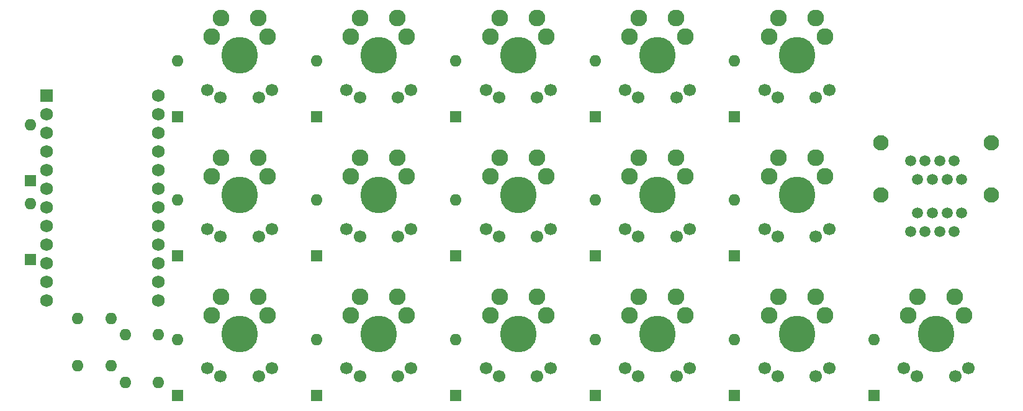
<source format=gts>
G04 #@! TF.GenerationSoftware,KiCad,Pcbnew,7.0.7*
G04 #@! TF.CreationDate,2023-09-30T21:04:22+10:00*
G04 #@! TF.ProjectId,skink,736b696e-6b2e-46b6-9963-61645f706362,rev?*
G04 #@! TF.SameCoordinates,Original*
G04 #@! TF.FileFunction,Soldermask,Top*
G04 #@! TF.FilePolarity,Negative*
%FSLAX46Y46*%
G04 Gerber Fmt 4.6, Leading zero omitted, Abs format (unit mm)*
G04 Created by KiCad (PCBNEW 7.0.7) date 2023-09-30 21:04:22*
%MOMM*%
%LPD*%
G01*
G04 APERTURE LIST*
%ADD10R,1.600000X1.600000*%
%ADD11O,1.600000X1.600000*%
%ADD12C,5.000000*%
%ADD13C,1.700000*%
%ADD14C,2.286000*%
%ADD15C,2.100000*%
%ADD16C,1.500000*%
%ADD17R,1.752600X1.752600*%
%ADD18C,1.752600*%
G04 APERTURE END LIST*
D10*
X21250000Y-59250000D03*
D11*
X21250000Y-51630000D03*
D10*
X21250000Y-48500000D03*
D11*
X21250000Y-40880000D03*
X32250000Y-67250000D03*
X32250000Y-73750000D03*
X27750000Y-67250000D03*
X27750000Y-73750000D03*
X34250000Y-69500000D03*
X34250000Y-76000000D03*
X38750000Y-76000000D03*
X38750000Y-69500000D03*
D10*
X117300000Y-39770000D03*
D11*
X117300000Y-32150000D03*
D10*
X79300000Y-39770000D03*
D11*
X79300000Y-32150000D03*
D10*
X60300000Y-58770000D03*
D11*
X60300000Y-51150000D03*
D10*
X98300000Y-77770000D03*
D11*
X98300000Y-70150000D03*
D10*
X41300000Y-58770000D03*
D11*
X41300000Y-51150000D03*
D10*
X117300000Y-58770000D03*
D11*
X117300000Y-51150000D03*
D10*
X60300000Y-77770000D03*
D11*
X60300000Y-70150000D03*
D10*
X60300000Y-39770000D03*
D11*
X60300000Y-32150000D03*
D10*
X117300000Y-77770000D03*
D11*
X117300000Y-70150000D03*
D10*
X79300000Y-77770000D03*
D11*
X79300000Y-70150000D03*
D10*
X136300000Y-77770000D03*
D11*
X136300000Y-70150000D03*
D10*
X79300000Y-58770000D03*
D11*
X79300000Y-51150000D03*
D10*
X41300000Y-77770000D03*
D11*
X41300000Y-70150000D03*
D10*
X98300000Y-58770000D03*
D11*
X98300000Y-51150000D03*
D10*
X41300000Y-39770000D03*
D11*
X41300000Y-32150000D03*
D10*
X98300000Y-39770000D03*
D11*
X98300000Y-32150000D03*
D12*
X49800000Y-50400000D03*
D13*
X47200000Y-56150000D03*
D14*
X47260000Y-45320000D03*
X52340000Y-45320000D03*
D13*
X52400000Y-56150000D03*
X45400000Y-55100000D03*
D14*
X45990000Y-47860000D03*
X53610000Y-47860000D03*
D13*
X54200000Y-55100000D03*
X92200000Y-55100000D03*
D14*
X91610000Y-47860000D03*
X83990000Y-47860000D03*
D13*
X83400000Y-55100000D03*
X90400000Y-56150000D03*
D14*
X90340000Y-45320000D03*
X85260000Y-45320000D03*
D13*
X85200000Y-56150000D03*
D12*
X87800000Y-50400000D03*
X125800000Y-69400000D03*
D13*
X123200000Y-75150000D03*
D14*
X123260000Y-64320000D03*
X128340000Y-64320000D03*
D13*
X128400000Y-75150000D03*
X121400000Y-74100000D03*
D14*
X121990000Y-66860000D03*
X129610000Y-66860000D03*
D13*
X130200000Y-74100000D03*
D12*
X68800000Y-69400000D03*
D13*
X66200000Y-75150000D03*
D14*
X66260000Y-64320000D03*
X71340000Y-64320000D03*
D13*
X71400000Y-75150000D03*
X64400000Y-74100000D03*
D14*
X64990000Y-66860000D03*
X72610000Y-66860000D03*
D13*
X73200000Y-74100000D03*
D12*
X106800000Y-31400000D03*
D13*
X104200000Y-37150000D03*
D14*
X104260000Y-26320000D03*
X109340000Y-26320000D03*
D13*
X109400000Y-37150000D03*
X102400000Y-36100000D03*
D14*
X102990000Y-28860000D03*
X110610000Y-28860000D03*
D13*
X111200000Y-36100000D03*
D12*
X106800000Y-69400000D03*
D13*
X104200000Y-75150000D03*
D14*
X104260000Y-64320000D03*
X109340000Y-64320000D03*
D13*
X109400000Y-75150000D03*
X102400000Y-74100000D03*
D14*
X102990000Y-66860000D03*
X110610000Y-66860000D03*
D13*
X111200000Y-74100000D03*
D12*
X144800000Y-69400000D03*
D13*
X142200000Y-75150000D03*
D14*
X142260000Y-64320000D03*
X147340000Y-64320000D03*
D13*
X147400000Y-75150000D03*
X140400000Y-74100000D03*
D14*
X140990000Y-66860000D03*
X148610000Y-66860000D03*
D13*
X149200000Y-74100000D03*
D12*
X87800000Y-31400000D03*
D13*
X85200000Y-37150000D03*
D14*
X85260000Y-26320000D03*
X90340000Y-26320000D03*
D13*
X90400000Y-37150000D03*
X83400000Y-36100000D03*
D14*
X83990000Y-28860000D03*
X91610000Y-28860000D03*
D13*
X92200000Y-36100000D03*
D12*
X125800000Y-31400000D03*
D13*
X123200000Y-37150000D03*
D14*
X123260000Y-26320000D03*
X128340000Y-26320000D03*
D13*
X128400000Y-37150000D03*
X121400000Y-36100000D03*
D14*
X121990000Y-28860000D03*
X129610000Y-28860000D03*
D13*
X130200000Y-36100000D03*
D12*
X106800000Y-50400000D03*
D13*
X104200000Y-56150000D03*
D14*
X104260000Y-45320000D03*
X109340000Y-45320000D03*
D13*
X109400000Y-56150000D03*
X102400000Y-55100000D03*
D14*
X102990000Y-47860000D03*
X110610000Y-47860000D03*
D13*
X111200000Y-55100000D03*
D12*
X68800000Y-50400000D03*
D13*
X66200000Y-56150000D03*
D14*
X66260000Y-45320000D03*
X71340000Y-45320000D03*
D13*
X71400000Y-56150000D03*
X64400000Y-55100000D03*
D14*
X64990000Y-47860000D03*
X72610000Y-47860000D03*
D13*
X73200000Y-55100000D03*
D15*
X152300000Y-43300000D03*
D16*
X148300000Y-48300000D03*
X147300000Y-45800000D03*
X146300000Y-48300000D03*
X145300000Y-45800000D03*
X144300000Y-48300000D03*
X143300000Y-45800000D03*
X142300000Y-48300000D03*
X141300000Y-45800000D03*
D15*
X137300000Y-43300000D03*
D12*
X125800000Y-50400000D03*
D13*
X123200000Y-56150000D03*
D14*
X123260000Y-45320000D03*
X128340000Y-45320000D03*
D13*
X128400000Y-56150000D03*
X121400000Y-55100000D03*
D14*
X121990000Y-47860000D03*
X129610000Y-47860000D03*
D13*
X130200000Y-55100000D03*
D12*
X49800000Y-31400000D03*
D13*
X47200000Y-37150000D03*
D14*
X47260000Y-26320000D03*
X52340000Y-26320000D03*
D13*
X52400000Y-37150000D03*
X45400000Y-36100000D03*
D14*
X45990000Y-28860000D03*
X53610000Y-28860000D03*
D13*
X54200000Y-36100000D03*
D12*
X68800000Y-31400000D03*
D13*
X66200000Y-37150000D03*
D14*
X66260000Y-26320000D03*
X71340000Y-26320000D03*
D13*
X71400000Y-37150000D03*
X64400000Y-36100000D03*
D14*
X64990000Y-28860000D03*
X72610000Y-28860000D03*
D13*
X73200000Y-36100000D03*
D17*
X23500000Y-36880000D03*
D18*
X23500000Y-39420000D03*
X23500000Y-41960000D03*
X23500000Y-44500000D03*
X23500000Y-47040000D03*
X23500000Y-49580000D03*
X23500000Y-52120000D03*
X23500000Y-54660000D03*
X23500000Y-57200000D03*
X23500000Y-59740000D03*
X23500000Y-62280000D03*
X23500000Y-64820000D03*
X38740000Y-36880000D03*
X38740000Y-39420000D03*
X38740000Y-41960000D03*
X38740000Y-44500000D03*
X38740000Y-47040000D03*
X38740000Y-49580000D03*
X38740000Y-52120000D03*
X38740000Y-54660000D03*
X38740000Y-57200000D03*
X38740000Y-59740000D03*
X38740000Y-62280000D03*
X38740000Y-64820000D03*
D12*
X49800000Y-69400000D03*
D13*
X47200000Y-75150000D03*
D14*
X47260000Y-64320000D03*
X52340000Y-64320000D03*
D13*
X52400000Y-75150000D03*
X45400000Y-74100000D03*
D14*
X45990000Y-66860000D03*
X53610000Y-66860000D03*
D13*
X54200000Y-74100000D03*
D12*
X87800000Y-69400000D03*
D13*
X85200000Y-75150000D03*
D14*
X85260000Y-64320000D03*
X90340000Y-64320000D03*
D13*
X90400000Y-75150000D03*
X83400000Y-74100000D03*
D14*
X83990000Y-66860000D03*
X91610000Y-66860000D03*
D13*
X92200000Y-74100000D03*
D15*
X137300000Y-50400000D03*
D16*
X141300000Y-55400000D03*
X142300000Y-52900000D03*
X143300000Y-55400000D03*
X144300000Y-52900000D03*
X145300000Y-55400000D03*
X146300000Y-52900000D03*
X147300000Y-55400000D03*
X148300000Y-52900000D03*
D15*
X152300000Y-50400000D03*
M02*

</source>
